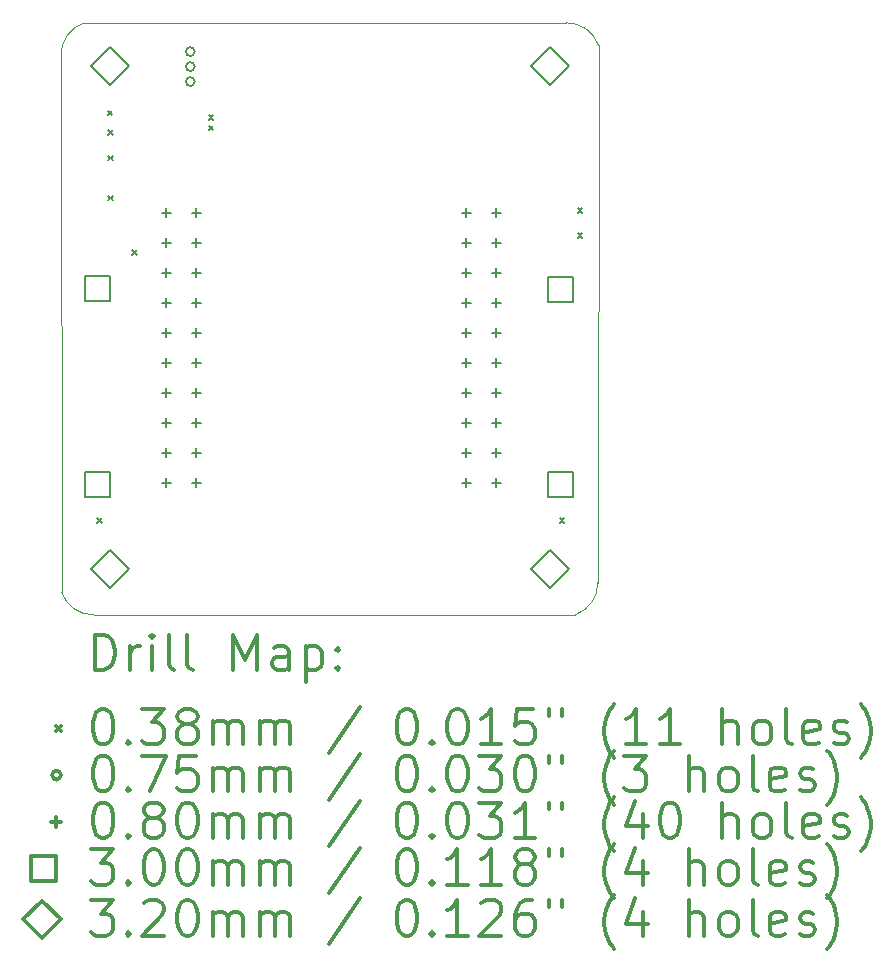
<source format=gbr>
%FSLAX45Y45*%
G04 Gerber Fmt 4.5, Leading zero omitted, Abs format (unit mm)*
G04 Created by KiCad (PCBNEW 5.1.5+dfsg1-2build2) date 2021-05-18 17:37:48*
%MOMM*%
%LPD*%
G04 APERTURE LIST*
%TA.AperFunction,Profile*%
%ADD10C,0.025400*%
%TD*%
%ADD11C,0.200000*%
%ADD12C,0.300000*%
G04 APERTURE END LIST*
D10*
X21263356Y-15684500D02*
G75*
G02X20990560Y-15493242I-6094J281484D01*
G01*
X20985044Y-10945622D02*
G75*
G02X21182584Y-10673080I281173J4064D01*
G01*
X25529564Y-15411322D02*
G75*
G02X25337008Y-15684500I-281388J-6110D01*
G01*
X25535888Y-10863683D02*
X25529564Y-15411322D01*
X21182584Y-10673080D02*
X25262840Y-10671913D01*
X20990560Y-15493242D02*
X20984972Y-10945368D01*
X25337008Y-15684500D02*
X21263356Y-15684500D01*
X25262840Y-10671913D02*
G75*
G02X25535888Y-10863683I6348J-281234D01*
G01*
D11*
X21291550Y-14865350D02*
X21329650Y-14903450D01*
X21329650Y-14865350D02*
X21291550Y-14903450D01*
X21380450Y-11417300D02*
X21418550Y-11455400D01*
X21418550Y-11417300D02*
X21380450Y-11455400D01*
X21386800Y-11582400D02*
X21424900Y-11620500D01*
X21424900Y-11582400D02*
X21386800Y-11620500D01*
X21386800Y-11798300D02*
X21424900Y-11836400D01*
X21424900Y-11798300D02*
X21386800Y-11836400D01*
X21386800Y-12134850D02*
X21424900Y-12172950D01*
X21424900Y-12134850D02*
X21386800Y-12172950D01*
X21590000Y-12598400D02*
X21628100Y-12636500D01*
X21628100Y-12598400D02*
X21590000Y-12636500D01*
X22237700Y-11455400D02*
X22275800Y-11493500D01*
X22275800Y-11455400D02*
X22237700Y-11493500D01*
X22237700Y-11544300D02*
X22275800Y-11582400D01*
X22275800Y-11544300D02*
X22237700Y-11582400D01*
X25209500Y-14865350D02*
X25247600Y-14903450D01*
X25247600Y-14865350D02*
X25209500Y-14903450D01*
X25361900Y-12242800D02*
X25400000Y-12280900D01*
X25400000Y-12242800D02*
X25361900Y-12280900D01*
X25361900Y-12452350D02*
X25400000Y-12490450D01*
X25400000Y-12452350D02*
X25361900Y-12490450D01*
X22116450Y-10915650D02*
G75*
G03X22116450Y-10915650I-37500J0D01*
G01*
X22116450Y-11042650D02*
G75*
G03X22116450Y-11042650I-37500J0D01*
G01*
X22116450Y-11169650D02*
G75*
G03X22116450Y-11169650I-37500J0D01*
G01*
X21877020Y-12238360D02*
X21877020Y-12318360D01*
X21837020Y-12278360D02*
X21917020Y-12278360D01*
X21877020Y-12492360D02*
X21877020Y-12572360D01*
X21837020Y-12532360D02*
X21917020Y-12532360D01*
X21877020Y-12746360D02*
X21877020Y-12826360D01*
X21837020Y-12786360D02*
X21917020Y-12786360D01*
X21877020Y-13000360D02*
X21877020Y-13080360D01*
X21837020Y-13040360D02*
X21917020Y-13040360D01*
X21877020Y-13254360D02*
X21877020Y-13334360D01*
X21837020Y-13294360D02*
X21917020Y-13294360D01*
X21877020Y-13508360D02*
X21877020Y-13588360D01*
X21837020Y-13548360D02*
X21917020Y-13548360D01*
X21877020Y-13762360D02*
X21877020Y-13842360D01*
X21837020Y-13802360D02*
X21917020Y-13802360D01*
X21877020Y-14016360D02*
X21877020Y-14096360D01*
X21837020Y-14056360D02*
X21917020Y-14056360D01*
X21877020Y-14270360D02*
X21877020Y-14350360D01*
X21837020Y-14310360D02*
X21917020Y-14310360D01*
X21877020Y-14524360D02*
X21877020Y-14604360D01*
X21837020Y-14564360D02*
X21917020Y-14564360D01*
X22131020Y-12238360D02*
X22131020Y-12318360D01*
X22091020Y-12278360D02*
X22171020Y-12278360D01*
X22131020Y-12492360D02*
X22131020Y-12572360D01*
X22091020Y-12532360D02*
X22171020Y-12532360D01*
X22131020Y-12746360D02*
X22131020Y-12826360D01*
X22091020Y-12786360D02*
X22171020Y-12786360D01*
X22131020Y-13000360D02*
X22131020Y-13080360D01*
X22091020Y-13040360D02*
X22171020Y-13040360D01*
X22131020Y-13254360D02*
X22131020Y-13334360D01*
X22091020Y-13294360D02*
X22171020Y-13294360D01*
X22131020Y-13508360D02*
X22131020Y-13588360D01*
X22091020Y-13548360D02*
X22171020Y-13548360D01*
X22131020Y-13762360D02*
X22131020Y-13842360D01*
X22091020Y-13802360D02*
X22171020Y-13802360D01*
X22131020Y-14016360D02*
X22131020Y-14096360D01*
X22091020Y-14056360D02*
X22171020Y-14056360D01*
X22131020Y-14270360D02*
X22131020Y-14350360D01*
X22091020Y-14310360D02*
X22171020Y-14310360D01*
X22131020Y-14524360D02*
X22131020Y-14604360D01*
X22091020Y-14564360D02*
X22171020Y-14564360D01*
X24417020Y-12238360D02*
X24417020Y-12318360D01*
X24377020Y-12278360D02*
X24457020Y-12278360D01*
X24417020Y-12492360D02*
X24417020Y-12572360D01*
X24377020Y-12532360D02*
X24457020Y-12532360D01*
X24417020Y-12746360D02*
X24417020Y-12826360D01*
X24377020Y-12786360D02*
X24457020Y-12786360D01*
X24417020Y-13000360D02*
X24417020Y-13080360D01*
X24377020Y-13040360D02*
X24457020Y-13040360D01*
X24417020Y-13254360D02*
X24417020Y-13334360D01*
X24377020Y-13294360D02*
X24457020Y-13294360D01*
X24417020Y-13508360D02*
X24417020Y-13588360D01*
X24377020Y-13548360D02*
X24457020Y-13548360D01*
X24417020Y-13762360D02*
X24417020Y-13842360D01*
X24377020Y-13802360D02*
X24457020Y-13802360D01*
X24417020Y-14016360D02*
X24417020Y-14096360D01*
X24377020Y-14056360D02*
X24457020Y-14056360D01*
X24417020Y-14270360D02*
X24417020Y-14350360D01*
X24377020Y-14310360D02*
X24457020Y-14310360D01*
X24417020Y-14524360D02*
X24417020Y-14604360D01*
X24377020Y-14564360D02*
X24457020Y-14564360D01*
X24671020Y-12238360D02*
X24671020Y-12318360D01*
X24631020Y-12278360D02*
X24711020Y-12278360D01*
X24671020Y-12492360D02*
X24671020Y-12572360D01*
X24631020Y-12532360D02*
X24711020Y-12532360D01*
X24671020Y-12746360D02*
X24671020Y-12826360D01*
X24631020Y-12786360D02*
X24711020Y-12786360D01*
X24671020Y-13000360D02*
X24671020Y-13080360D01*
X24631020Y-13040360D02*
X24711020Y-13040360D01*
X24671020Y-13254360D02*
X24671020Y-13334360D01*
X24631020Y-13294360D02*
X24711020Y-13294360D01*
X24671020Y-13508360D02*
X24671020Y-13588360D01*
X24631020Y-13548360D02*
X24711020Y-13548360D01*
X24671020Y-13762360D02*
X24671020Y-13842360D01*
X24631020Y-13802360D02*
X24711020Y-13802360D01*
X24671020Y-14016360D02*
X24671020Y-14096360D01*
X24631020Y-14056360D02*
X24711020Y-14056360D01*
X24671020Y-14270360D02*
X24671020Y-14350360D01*
X24631020Y-14310360D02*
X24711020Y-14310360D01*
X24671020Y-14524360D02*
X24671020Y-14604360D01*
X24631020Y-14564360D02*
X24711020Y-14564360D01*
X21397617Y-13029333D02*
X21397617Y-12817199D01*
X21185483Y-12817199D01*
X21185483Y-13029333D01*
X21397617Y-13029333D01*
X21398887Y-14686683D02*
X21398887Y-14474549D01*
X21186753Y-14474549D01*
X21186753Y-14686683D01*
X21398887Y-14686683D01*
X25323187Y-13034667D02*
X25323187Y-12822533D01*
X25111053Y-12822533D01*
X25111053Y-13034667D01*
X25323187Y-13034667D01*
X25323187Y-14685667D02*
X25323187Y-14473533D01*
X25111053Y-14473533D01*
X25111053Y-14685667D01*
X25323187Y-14685667D01*
X21399246Y-15454250D02*
X21559246Y-15294250D01*
X21399246Y-15134250D01*
X21239246Y-15294250D01*
X21399246Y-15454250D01*
X21399246Y-11199750D02*
X21559246Y-11039750D01*
X21399246Y-10879750D01*
X21239246Y-11039750D01*
X21399246Y-11199750D01*
X25126950Y-15454250D02*
X25286950Y-15294250D01*
X25126950Y-15134250D01*
X24966950Y-15294250D01*
X25126950Y-15454250D01*
X25126950Y-11199750D02*
X25286950Y-11039750D01*
X25126950Y-10879750D01*
X24966950Y-11039750D01*
X25126950Y-11199750D01*
D12*
X21270130Y-16151550D02*
X21270130Y-15851550D01*
X21341559Y-15851550D01*
X21384416Y-15865836D01*
X21412988Y-15894407D01*
X21427273Y-15922979D01*
X21441559Y-15980122D01*
X21441559Y-16022979D01*
X21427273Y-16080122D01*
X21412988Y-16108693D01*
X21384416Y-16137264D01*
X21341559Y-16151550D01*
X21270130Y-16151550D01*
X21570130Y-16151550D02*
X21570130Y-15951550D01*
X21570130Y-16008693D02*
X21584416Y-15980122D01*
X21598702Y-15965836D01*
X21627273Y-15951550D01*
X21655845Y-15951550D01*
X21755845Y-16151550D02*
X21755845Y-15951550D01*
X21755845Y-15851550D02*
X21741559Y-15865836D01*
X21755845Y-15880122D01*
X21770130Y-15865836D01*
X21755845Y-15851550D01*
X21755845Y-15880122D01*
X21941559Y-16151550D02*
X21912988Y-16137264D01*
X21898702Y-16108693D01*
X21898702Y-15851550D01*
X22098702Y-16151550D02*
X22070130Y-16137264D01*
X22055845Y-16108693D01*
X22055845Y-15851550D01*
X22441559Y-16151550D02*
X22441559Y-15851550D01*
X22541559Y-16065836D01*
X22641559Y-15851550D01*
X22641559Y-16151550D01*
X22912988Y-16151550D02*
X22912988Y-15994407D01*
X22898702Y-15965836D01*
X22870130Y-15951550D01*
X22812988Y-15951550D01*
X22784416Y-15965836D01*
X22912988Y-16137264D02*
X22884416Y-16151550D01*
X22812988Y-16151550D01*
X22784416Y-16137264D01*
X22770130Y-16108693D01*
X22770130Y-16080122D01*
X22784416Y-16051550D01*
X22812988Y-16037264D01*
X22884416Y-16037264D01*
X22912988Y-16022979D01*
X23055845Y-15951550D02*
X23055845Y-16251550D01*
X23055845Y-15965836D02*
X23084416Y-15951550D01*
X23141559Y-15951550D01*
X23170130Y-15965836D01*
X23184416Y-15980122D01*
X23198702Y-16008693D01*
X23198702Y-16094407D01*
X23184416Y-16122979D01*
X23170130Y-16137264D01*
X23141559Y-16151550D01*
X23084416Y-16151550D01*
X23055845Y-16137264D01*
X23327273Y-16122979D02*
X23341559Y-16137264D01*
X23327273Y-16151550D01*
X23312988Y-16137264D01*
X23327273Y-16122979D01*
X23327273Y-16151550D01*
X23327273Y-15965836D02*
X23341559Y-15980122D01*
X23327273Y-15994407D01*
X23312988Y-15980122D01*
X23327273Y-15965836D01*
X23327273Y-15994407D01*
X20945602Y-16626786D02*
X20983702Y-16664886D01*
X20983702Y-16626786D02*
X20945602Y-16664886D01*
X21327273Y-16481550D02*
X21355845Y-16481550D01*
X21384416Y-16495836D01*
X21398702Y-16510122D01*
X21412988Y-16538693D01*
X21427273Y-16595836D01*
X21427273Y-16667264D01*
X21412988Y-16724407D01*
X21398702Y-16752979D01*
X21384416Y-16767264D01*
X21355845Y-16781550D01*
X21327273Y-16781550D01*
X21298702Y-16767264D01*
X21284416Y-16752979D01*
X21270130Y-16724407D01*
X21255845Y-16667264D01*
X21255845Y-16595836D01*
X21270130Y-16538693D01*
X21284416Y-16510122D01*
X21298702Y-16495836D01*
X21327273Y-16481550D01*
X21555845Y-16752979D02*
X21570130Y-16767264D01*
X21555845Y-16781550D01*
X21541559Y-16767264D01*
X21555845Y-16752979D01*
X21555845Y-16781550D01*
X21670130Y-16481550D02*
X21855845Y-16481550D01*
X21755845Y-16595836D01*
X21798702Y-16595836D01*
X21827273Y-16610122D01*
X21841559Y-16624407D01*
X21855845Y-16652979D01*
X21855845Y-16724407D01*
X21841559Y-16752979D01*
X21827273Y-16767264D01*
X21798702Y-16781550D01*
X21712988Y-16781550D01*
X21684416Y-16767264D01*
X21670130Y-16752979D01*
X22027273Y-16610122D02*
X21998702Y-16595836D01*
X21984416Y-16581550D01*
X21970130Y-16552979D01*
X21970130Y-16538693D01*
X21984416Y-16510122D01*
X21998702Y-16495836D01*
X22027273Y-16481550D01*
X22084416Y-16481550D01*
X22112988Y-16495836D01*
X22127273Y-16510122D01*
X22141559Y-16538693D01*
X22141559Y-16552979D01*
X22127273Y-16581550D01*
X22112988Y-16595836D01*
X22084416Y-16610122D01*
X22027273Y-16610122D01*
X21998702Y-16624407D01*
X21984416Y-16638693D01*
X21970130Y-16667264D01*
X21970130Y-16724407D01*
X21984416Y-16752979D01*
X21998702Y-16767264D01*
X22027273Y-16781550D01*
X22084416Y-16781550D01*
X22112988Y-16767264D01*
X22127273Y-16752979D01*
X22141559Y-16724407D01*
X22141559Y-16667264D01*
X22127273Y-16638693D01*
X22112988Y-16624407D01*
X22084416Y-16610122D01*
X22270130Y-16781550D02*
X22270130Y-16581550D01*
X22270130Y-16610122D02*
X22284416Y-16595836D01*
X22312988Y-16581550D01*
X22355845Y-16581550D01*
X22384416Y-16595836D01*
X22398702Y-16624407D01*
X22398702Y-16781550D01*
X22398702Y-16624407D02*
X22412988Y-16595836D01*
X22441559Y-16581550D01*
X22484416Y-16581550D01*
X22512988Y-16595836D01*
X22527273Y-16624407D01*
X22527273Y-16781550D01*
X22670130Y-16781550D02*
X22670130Y-16581550D01*
X22670130Y-16610122D02*
X22684416Y-16595836D01*
X22712988Y-16581550D01*
X22755845Y-16581550D01*
X22784416Y-16595836D01*
X22798702Y-16624407D01*
X22798702Y-16781550D01*
X22798702Y-16624407D02*
X22812988Y-16595836D01*
X22841559Y-16581550D01*
X22884416Y-16581550D01*
X22912988Y-16595836D01*
X22927273Y-16624407D01*
X22927273Y-16781550D01*
X23512988Y-16467264D02*
X23255845Y-16852979D01*
X23898702Y-16481550D02*
X23927273Y-16481550D01*
X23955845Y-16495836D01*
X23970130Y-16510122D01*
X23984416Y-16538693D01*
X23998702Y-16595836D01*
X23998702Y-16667264D01*
X23984416Y-16724407D01*
X23970130Y-16752979D01*
X23955845Y-16767264D01*
X23927273Y-16781550D01*
X23898702Y-16781550D01*
X23870130Y-16767264D01*
X23855845Y-16752979D01*
X23841559Y-16724407D01*
X23827273Y-16667264D01*
X23827273Y-16595836D01*
X23841559Y-16538693D01*
X23855845Y-16510122D01*
X23870130Y-16495836D01*
X23898702Y-16481550D01*
X24127273Y-16752979D02*
X24141559Y-16767264D01*
X24127273Y-16781550D01*
X24112988Y-16767264D01*
X24127273Y-16752979D01*
X24127273Y-16781550D01*
X24327273Y-16481550D02*
X24355845Y-16481550D01*
X24384416Y-16495836D01*
X24398702Y-16510122D01*
X24412988Y-16538693D01*
X24427273Y-16595836D01*
X24427273Y-16667264D01*
X24412988Y-16724407D01*
X24398702Y-16752979D01*
X24384416Y-16767264D01*
X24355845Y-16781550D01*
X24327273Y-16781550D01*
X24298702Y-16767264D01*
X24284416Y-16752979D01*
X24270130Y-16724407D01*
X24255845Y-16667264D01*
X24255845Y-16595836D01*
X24270130Y-16538693D01*
X24284416Y-16510122D01*
X24298702Y-16495836D01*
X24327273Y-16481550D01*
X24712988Y-16781550D02*
X24541559Y-16781550D01*
X24627273Y-16781550D02*
X24627273Y-16481550D01*
X24598702Y-16524407D01*
X24570130Y-16552979D01*
X24541559Y-16567264D01*
X24984416Y-16481550D02*
X24841559Y-16481550D01*
X24827273Y-16624407D01*
X24841559Y-16610122D01*
X24870130Y-16595836D01*
X24941559Y-16595836D01*
X24970130Y-16610122D01*
X24984416Y-16624407D01*
X24998702Y-16652979D01*
X24998702Y-16724407D01*
X24984416Y-16752979D01*
X24970130Y-16767264D01*
X24941559Y-16781550D01*
X24870130Y-16781550D01*
X24841559Y-16767264D01*
X24827273Y-16752979D01*
X25112988Y-16481550D02*
X25112988Y-16538693D01*
X25227273Y-16481550D02*
X25227273Y-16538693D01*
X25670130Y-16895836D02*
X25655845Y-16881550D01*
X25627273Y-16838693D01*
X25612988Y-16810122D01*
X25598702Y-16767264D01*
X25584416Y-16695836D01*
X25584416Y-16638693D01*
X25598702Y-16567264D01*
X25612988Y-16524407D01*
X25627273Y-16495836D01*
X25655845Y-16452979D01*
X25670130Y-16438693D01*
X25941559Y-16781550D02*
X25770130Y-16781550D01*
X25855845Y-16781550D02*
X25855845Y-16481550D01*
X25827273Y-16524407D01*
X25798702Y-16552979D01*
X25770130Y-16567264D01*
X26227273Y-16781550D02*
X26055845Y-16781550D01*
X26141559Y-16781550D02*
X26141559Y-16481550D01*
X26112988Y-16524407D01*
X26084416Y-16552979D01*
X26055845Y-16567264D01*
X26584416Y-16781550D02*
X26584416Y-16481550D01*
X26712988Y-16781550D02*
X26712988Y-16624407D01*
X26698702Y-16595836D01*
X26670130Y-16581550D01*
X26627273Y-16581550D01*
X26598702Y-16595836D01*
X26584416Y-16610122D01*
X26898702Y-16781550D02*
X26870130Y-16767264D01*
X26855845Y-16752979D01*
X26841559Y-16724407D01*
X26841559Y-16638693D01*
X26855845Y-16610122D01*
X26870130Y-16595836D01*
X26898702Y-16581550D01*
X26941559Y-16581550D01*
X26970130Y-16595836D01*
X26984416Y-16610122D01*
X26998702Y-16638693D01*
X26998702Y-16724407D01*
X26984416Y-16752979D01*
X26970130Y-16767264D01*
X26941559Y-16781550D01*
X26898702Y-16781550D01*
X27170130Y-16781550D02*
X27141559Y-16767264D01*
X27127273Y-16738693D01*
X27127273Y-16481550D01*
X27398702Y-16767264D02*
X27370130Y-16781550D01*
X27312988Y-16781550D01*
X27284416Y-16767264D01*
X27270130Y-16738693D01*
X27270130Y-16624407D01*
X27284416Y-16595836D01*
X27312988Y-16581550D01*
X27370130Y-16581550D01*
X27398702Y-16595836D01*
X27412988Y-16624407D01*
X27412988Y-16652979D01*
X27270130Y-16681550D01*
X27527273Y-16767264D02*
X27555845Y-16781550D01*
X27612988Y-16781550D01*
X27641559Y-16767264D01*
X27655845Y-16738693D01*
X27655845Y-16724407D01*
X27641559Y-16695836D01*
X27612988Y-16681550D01*
X27570130Y-16681550D01*
X27541559Y-16667264D01*
X27527273Y-16638693D01*
X27527273Y-16624407D01*
X27541559Y-16595836D01*
X27570130Y-16581550D01*
X27612988Y-16581550D01*
X27641559Y-16595836D01*
X27755845Y-16895836D02*
X27770130Y-16881550D01*
X27798702Y-16838693D01*
X27812988Y-16810122D01*
X27827273Y-16767264D01*
X27841559Y-16695836D01*
X27841559Y-16638693D01*
X27827273Y-16567264D01*
X27812988Y-16524407D01*
X27798702Y-16495836D01*
X27770130Y-16452979D01*
X27755845Y-16438693D01*
X20983702Y-17041836D02*
G75*
G03X20983702Y-17041836I-37500J0D01*
G01*
X21327273Y-16877550D02*
X21355845Y-16877550D01*
X21384416Y-16891836D01*
X21398702Y-16906122D01*
X21412988Y-16934693D01*
X21427273Y-16991836D01*
X21427273Y-17063265D01*
X21412988Y-17120407D01*
X21398702Y-17148979D01*
X21384416Y-17163265D01*
X21355845Y-17177550D01*
X21327273Y-17177550D01*
X21298702Y-17163265D01*
X21284416Y-17148979D01*
X21270130Y-17120407D01*
X21255845Y-17063265D01*
X21255845Y-16991836D01*
X21270130Y-16934693D01*
X21284416Y-16906122D01*
X21298702Y-16891836D01*
X21327273Y-16877550D01*
X21555845Y-17148979D02*
X21570130Y-17163265D01*
X21555845Y-17177550D01*
X21541559Y-17163265D01*
X21555845Y-17148979D01*
X21555845Y-17177550D01*
X21670130Y-16877550D02*
X21870130Y-16877550D01*
X21741559Y-17177550D01*
X22127273Y-16877550D02*
X21984416Y-16877550D01*
X21970130Y-17020407D01*
X21984416Y-17006122D01*
X22012988Y-16991836D01*
X22084416Y-16991836D01*
X22112988Y-17006122D01*
X22127273Y-17020407D01*
X22141559Y-17048979D01*
X22141559Y-17120407D01*
X22127273Y-17148979D01*
X22112988Y-17163265D01*
X22084416Y-17177550D01*
X22012988Y-17177550D01*
X21984416Y-17163265D01*
X21970130Y-17148979D01*
X22270130Y-17177550D02*
X22270130Y-16977550D01*
X22270130Y-17006122D02*
X22284416Y-16991836D01*
X22312988Y-16977550D01*
X22355845Y-16977550D01*
X22384416Y-16991836D01*
X22398702Y-17020407D01*
X22398702Y-17177550D01*
X22398702Y-17020407D02*
X22412988Y-16991836D01*
X22441559Y-16977550D01*
X22484416Y-16977550D01*
X22512988Y-16991836D01*
X22527273Y-17020407D01*
X22527273Y-17177550D01*
X22670130Y-17177550D02*
X22670130Y-16977550D01*
X22670130Y-17006122D02*
X22684416Y-16991836D01*
X22712988Y-16977550D01*
X22755845Y-16977550D01*
X22784416Y-16991836D01*
X22798702Y-17020407D01*
X22798702Y-17177550D01*
X22798702Y-17020407D02*
X22812988Y-16991836D01*
X22841559Y-16977550D01*
X22884416Y-16977550D01*
X22912988Y-16991836D01*
X22927273Y-17020407D01*
X22927273Y-17177550D01*
X23512988Y-16863265D02*
X23255845Y-17248979D01*
X23898702Y-16877550D02*
X23927273Y-16877550D01*
X23955845Y-16891836D01*
X23970130Y-16906122D01*
X23984416Y-16934693D01*
X23998702Y-16991836D01*
X23998702Y-17063265D01*
X23984416Y-17120407D01*
X23970130Y-17148979D01*
X23955845Y-17163265D01*
X23927273Y-17177550D01*
X23898702Y-17177550D01*
X23870130Y-17163265D01*
X23855845Y-17148979D01*
X23841559Y-17120407D01*
X23827273Y-17063265D01*
X23827273Y-16991836D01*
X23841559Y-16934693D01*
X23855845Y-16906122D01*
X23870130Y-16891836D01*
X23898702Y-16877550D01*
X24127273Y-17148979D02*
X24141559Y-17163265D01*
X24127273Y-17177550D01*
X24112988Y-17163265D01*
X24127273Y-17148979D01*
X24127273Y-17177550D01*
X24327273Y-16877550D02*
X24355845Y-16877550D01*
X24384416Y-16891836D01*
X24398702Y-16906122D01*
X24412988Y-16934693D01*
X24427273Y-16991836D01*
X24427273Y-17063265D01*
X24412988Y-17120407D01*
X24398702Y-17148979D01*
X24384416Y-17163265D01*
X24355845Y-17177550D01*
X24327273Y-17177550D01*
X24298702Y-17163265D01*
X24284416Y-17148979D01*
X24270130Y-17120407D01*
X24255845Y-17063265D01*
X24255845Y-16991836D01*
X24270130Y-16934693D01*
X24284416Y-16906122D01*
X24298702Y-16891836D01*
X24327273Y-16877550D01*
X24527273Y-16877550D02*
X24712988Y-16877550D01*
X24612988Y-16991836D01*
X24655845Y-16991836D01*
X24684416Y-17006122D01*
X24698702Y-17020407D01*
X24712988Y-17048979D01*
X24712988Y-17120407D01*
X24698702Y-17148979D01*
X24684416Y-17163265D01*
X24655845Y-17177550D01*
X24570130Y-17177550D01*
X24541559Y-17163265D01*
X24527273Y-17148979D01*
X24898702Y-16877550D02*
X24927273Y-16877550D01*
X24955845Y-16891836D01*
X24970130Y-16906122D01*
X24984416Y-16934693D01*
X24998702Y-16991836D01*
X24998702Y-17063265D01*
X24984416Y-17120407D01*
X24970130Y-17148979D01*
X24955845Y-17163265D01*
X24927273Y-17177550D01*
X24898702Y-17177550D01*
X24870130Y-17163265D01*
X24855845Y-17148979D01*
X24841559Y-17120407D01*
X24827273Y-17063265D01*
X24827273Y-16991836D01*
X24841559Y-16934693D01*
X24855845Y-16906122D01*
X24870130Y-16891836D01*
X24898702Y-16877550D01*
X25112988Y-16877550D02*
X25112988Y-16934693D01*
X25227273Y-16877550D02*
X25227273Y-16934693D01*
X25670130Y-17291836D02*
X25655845Y-17277550D01*
X25627273Y-17234693D01*
X25612988Y-17206122D01*
X25598702Y-17163265D01*
X25584416Y-17091836D01*
X25584416Y-17034693D01*
X25598702Y-16963265D01*
X25612988Y-16920407D01*
X25627273Y-16891836D01*
X25655845Y-16848979D01*
X25670130Y-16834693D01*
X25755845Y-16877550D02*
X25941559Y-16877550D01*
X25841559Y-16991836D01*
X25884416Y-16991836D01*
X25912988Y-17006122D01*
X25927273Y-17020407D01*
X25941559Y-17048979D01*
X25941559Y-17120407D01*
X25927273Y-17148979D01*
X25912988Y-17163265D01*
X25884416Y-17177550D01*
X25798702Y-17177550D01*
X25770130Y-17163265D01*
X25755845Y-17148979D01*
X26298702Y-17177550D02*
X26298702Y-16877550D01*
X26427273Y-17177550D02*
X26427273Y-17020407D01*
X26412988Y-16991836D01*
X26384416Y-16977550D01*
X26341559Y-16977550D01*
X26312988Y-16991836D01*
X26298702Y-17006122D01*
X26612988Y-17177550D02*
X26584416Y-17163265D01*
X26570130Y-17148979D01*
X26555845Y-17120407D01*
X26555845Y-17034693D01*
X26570130Y-17006122D01*
X26584416Y-16991836D01*
X26612988Y-16977550D01*
X26655845Y-16977550D01*
X26684416Y-16991836D01*
X26698702Y-17006122D01*
X26712988Y-17034693D01*
X26712988Y-17120407D01*
X26698702Y-17148979D01*
X26684416Y-17163265D01*
X26655845Y-17177550D01*
X26612988Y-17177550D01*
X26884416Y-17177550D02*
X26855845Y-17163265D01*
X26841559Y-17134693D01*
X26841559Y-16877550D01*
X27112988Y-17163265D02*
X27084416Y-17177550D01*
X27027273Y-17177550D01*
X26998702Y-17163265D01*
X26984416Y-17134693D01*
X26984416Y-17020407D01*
X26998702Y-16991836D01*
X27027273Y-16977550D01*
X27084416Y-16977550D01*
X27112988Y-16991836D01*
X27127273Y-17020407D01*
X27127273Y-17048979D01*
X26984416Y-17077550D01*
X27241559Y-17163265D02*
X27270130Y-17177550D01*
X27327273Y-17177550D01*
X27355845Y-17163265D01*
X27370130Y-17134693D01*
X27370130Y-17120407D01*
X27355845Y-17091836D01*
X27327273Y-17077550D01*
X27284416Y-17077550D01*
X27255845Y-17063265D01*
X27241559Y-17034693D01*
X27241559Y-17020407D01*
X27255845Y-16991836D01*
X27284416Y-16977550D01*
X27327273Y-16977550D01*
X27355845Y-16991836D01*
X27470130Y-17291836D02*
X27484416Y-17277550D01*
X27512988Y-17234693D01*
X27527273Y-17206122D01*
X27541559Y-17163265D01*
X27555845Y-17091836D01*
X27555845Y-17034693D01*
X27541559Y-16963265D01*
X27527273Y-16920407D01*
X27512988Y-16891836D01*
X27484416Y-16848979D01*
X27470130Y-16834693D01*
X20943702Y-17397836D02*
X20943702Y-17477836D01*
X20903702Y-17437836D02*
X20983702Y-17437836D01*
X21327273Y-17273550D02*
X21355845Y-17273550D01*
X21384416Y-17287836D01*
X21398702Y-17302122D01*
X21412988Y-17330693D01*
X21427273Y-17387836D01*
X21427273Y-17459265D01*
X21412988Y-17516407D01*
X21398702Y-17544979D01*
X21384416Y-17559265D01*
X21355845Y-17573550D01*
X21327273Y-17573550D01*
X21298702Y-17559265D01*
X21284416Y-17544979D01*
X21270130Y-17516407D01*
X21255845Y-17459265D01*
X21255845Y-17387836D01*
X21270130Y-17330693D01*
X21284416Y-17302122D01*
X21298702Y-17287836D01*
X21327273Y-17273550D01*
X21555845Y-17544979D02*
X21570130Y-17559265D01*
X21555845Y-17573550D01*
X21541559Y-17559265D01*
X21555845Y-17544979D01*
X21555845Y-17573550D01*
X21741559Y-17402122D02*
X21712988Y-17387836D01*
X21698702Y-17373550D01*
X21684416Y-17344979D01*
X21684416Y-17330693D01*
X21698702Y-17302122D01*
X21712988Y-17287836D01*
X21741559Y-17273550D01*
X21798702Y-17273550D01*
X21827273Y-17287836D01*
X21841559Y-17302122D01*
X21855845Y-17330693D01*
X21855845Y-17344979D01*
X21841559Y-17373550D01*
X21827273Y-17387836D01*
X21798702Y-17402122D01*
X21741559Y-17402122D01*
X21712988Y-17416407D01*
X21698702Y-17430693D01*
X21684416Y-17459265D01*
X21684416Y-17516407D01*
X21698702Y-17544979D01*
X21712988Y-17559265D01*
X21741559Y-17573550D01*
X21798702Y-17573550D01*
X21827273Y-17559265D01*
X21841559Y-17544979D01*
X21855845Y-17516407D01*
X21855845Y-17459265D01*
X21841559Y-17430693D01*
X21827273Y-17416407D01*
X21798702Y-17402122D01*
X22041559Y-17273550D02*
X22070130Y-17273550D01*
X22098702Y-17287836D01*
X22112988Y-17302122D01*
X22127273Y-17330693D01*
X22141559Y-17387836D01*
X22141559Y-17459265D01*
X22127273Y-17516407D01*
X22112988Y-17544979D01*
X22098702Y-17559265D01*
X22070130Y-17573550D01*
X22041559Y-17573550D01*
X22012988Y-17559265D01*
X21998702Y-17544979D01*
X21984416Y-17516407D01*
X21970130Y-17459265D01*
X21970130Y-17387836D01*
X21984416Y-17330693D01*
X21998702Y-17302122D01*
X22012988Y-17287836D01*
X22041559Y-17273550D01*
X22270130Y-17573550D02*
X22270130Y-17373550D01*
X22270130Y-17402122D02*
X22284416Y-17387836D01*
X22312988Y-17373550D01*
X22355845Y-17373550D01*
X22384416Y-17387836D01*
X22398702Y-17416407D01*
X22398702Y-17573550D01*
X22398702Y-17416407D02*
X22412988Y-17387836D01*
X22441559Y-17373550D01*
X22484416Y-17373550D01*
X22512988Y-17387836D01*
X22527273Y-17416407D01*
X22527273Y-17573550D01*
X22670130Y-17573550D02*
X22670130Y-17373550D01*
X22670130Y-17402122D02*
X22684416Y-17387836D01*
X22712988Y-17373550D01*
X22755845Y-17373550D01*
X22784416Y-17387836D01*
X22798702Y-17416407D01*
X22798702Y-17573550D01*
X22798702Y-17416407D02*
X22812988Y-17387836D01*
X22841559Y-17373550D01*
X22884416Y-17373550D01*
X22912988Y-17387836D01*
X22927273Y-17416407D01*
X22927273Y-17573550D01*
X23512988Y-17259265D02*
X23255845Y-17644979D01*
X23898702Y-17273550D02*
X23927273Y-17273550D01*
X23955845Y-17287836D01*
X23970130Y-17302122D01*
X23984416Y-17330693D01*
X23998702Y-17387836D01*
X23998702Y-17459265D01*
X23984416Y-17516407D01*
X23970130Y-17544979D01*
X23955845Y-17559265D01*
X23927273Y-17573550D01*
X23898702Y-17573550D01*
X23870130Y-17559265D01*
X23855845Y-17544979D01*
X23841559Y-17516407D01*
X23827273Y-17459265D01*
X23827273Y-17387836D01*
X23841559Y-17330693D01*
X23855845Y-17302122D01*
X23870130Y-17287836D01*
X23898702Y-17273550D01*
X24127273Y-17544979D02*
X24141559Y-17559265D01*
X24127273Y-17573550D01*
X24112988Y-17559265D01*
X24127273Y-17544979D01*
X24127273Y-17573550D01*
X24327273Y-17273550D02*
X24355845Y-17273550D01*
X24384416Y-17287836D01*
X24398702Y-17302122D01*
X24412988Y-17330693D01*
X24427273Y-17387836D01*
X24427273Y-17459265D01*
X24412988Y-17516407D01*
X24398702Y-17544979D01*
X24384416Y-17559265D01*
X24355845Y-17573550D01*
X24327273Y-17573550D01*
X24298702Y-17559265D01*
X24284416Y-17544979D01*
X24270130Y-17516407D01*
X24255845Y-17459265D01*
X24255845Y-17387836D01*
X24270130Y-17330693D01*
X24284416Y-17302122D01*
X24298702Y-17287836D01*
X24327273Y-17273550D01*
X24527273Y-17273550D02*
X24712988Y-17273550D01*
X24612988Y-17387836D01*
X24655845Y-17387836D01*
X24684416Y-17402122D01*
X24698702Y-17416407D01*
X24712988Y-17444979D01*
X24712988Y-17516407D01*
X24698702Y-17544979D01*
X24684416Y-17559265D01*
X24655845Y-17573550D01*
X24570130Y-17573550D01*
X24541559Y-17559265D01*
X24527273Y-17544979D01*
X24998702Y-17573550D02*
X24827273Y-17573550D01*
X24912988Y-17573550D02*
X24912988Y-17273550D01*
X24884416Y-17316407D01*
X24855845Y-17344979D01*
X24827273Y-17359265D01*
X25112988Y-17273550D02*
X25112988Y-17330693D01*
X25227273Y-17273550D02*
X25227273Y-17330693D01*
X25670130Y-17687836D02*
X25655845Y-17673550D01*
X25627273Y-17630693D01*
X25612988Y-17602122D01*
X25598702Y-17559265D01*
X25584416Y-17487836D01*
X25584416Y-17430693D01*
X25598702Y-17359265D01*
X25612988Y-17316407D01*
X25627273Y-17287836D01*
X25655845Y-17244979D01*
X25670130Y-17230693D01*
X25912988Y-17373550D02*
X25912988Y-17573550D01*
X25841559Y-17259265D02*
X25770130Y-17473550D01*
X25955845Y-17473550D01*
X26127273Y-17273550D02*
X26155845Y-17273550D01*
X26184416Y-17287836D01*
X26198702Y-17302122D01*
X26212988Y-17330693D01*
X26227273Y-17387836D01*
X26227273Y-17459265D01*
X26212988Y-17516407D01*
X26198702Y-17544979D01*
X26184416Y-17559265D01*
X26155845Y-17573550D01*
X26127273Y-17573550D01*
X26098702Y-17559265D01*
X26084416Y-17544979D01*
X26070130Y-17516407D01*
X26055845Y-17459265D01*
X26055845Y-17387836D01*
X26070130Y-17330693D01*
X26084416Y-17302122D01*
X26098702Y-17287836D01*
X26127273Y-17273550D01*
X26584416Y-17573550D02*
X26584416Y-17273550D01*
X26712988Y-17573550D02*
X26712988Y-17416407D01*
X26698702Y-17387836D01*
X26670130Y-17373550D01*
X26627273Y-17373550D01*
X26598702Y-17387836D01*
X26584416Y-17402122D01*
X26898702Y-17573550D02*
X26870130Y-17559265D01*
X26855845Y-17544979D01*
X26841559Y-17516407D01*
X26841559Y-17430693D01*
X26855845Y-17402122D01*
X26870130Y-17387836D01*
X26898702Y-17373550D01*
X26941559Y-17373550D01*
X26970130Y-17387836D01*
X26984416Y-17402122D01*
X26998702Y-17430693D01*
X26998702Y-17516407D01*
X26984416Y-17544979D01*
X26970130Y-17559265D01*
X26941559Y-17573550D01*
X26898702Y-17573550D01*
X27170130Y-17573550D02*
X27141559Y-17559265D01*
X27127273Y-17530693D01*
X27127273Y-17273550D01*
X27398702Y-17559265D02*
X27370130Y-17573550D01*
X27312988Y-17573550D01*
X27284416Y-17559265D01*
X27270130Y-17530693D01*
X27270130Y-17416407D01*
X27284416Y-17387836D01*
X27312988Y-17373550D01*
X27370130Y-17373550D01*
X27398702Y-17387836D01*
X27412988Y-17416407D01*
X27412988Y-17444979D01*
X27270130Y-17473550D01*
X27527273Y-17559265D02*
X27555845Y-17573550D01*
X27612988Y-17573550D01*
X27641559Y-17559265D01*
X27655845Y-17530693D01*
X27655845Y-17516407D01*
X27641559Y-17487836D01*
X27612988Y-17473550D01*
X27570130Y-17473550D01*
X27541559Y-17459265D01*
X27527273Y-17430693D01*
X27527273Y-17416407D01*
X27541559Y-17387836D01*
X27570130Y-17373550D01*
X27612988Y-17373550D01*
X27641559Y-17387836D01*
X27755845Y-17687836D02*
X27770130Y-17673550D01*
X27798702Y-17630693D01*
X27812988Y-17602122D01*
X27827273Y-17559265D01*
X27841559Y-17487836D01*
X27841559Y-17430693D01*
X27827273Y-17359265D01*
X27812988Y-17316407D01*
X27798702Y-17287836D01*
X27770130Y-17244979D01*
X27755845Y-17230693D01*
X20939769Y-17939903D02*
X20939769Y-17727769D01*
X20727635Y-17727769D01*
X20727635Y-17939903D01*
X20939769Y-17939903D01*
X21241559Y-17669550D02*
X21427273Y-17669550D01*
X21327273Y-17783836D01*
X21370130Y-17783836D01*
X21398702Y-17798122D01*
X21412988Y-17812407D01*
X21427273Y-17840979D01*
X21427273Y-17912407D01*
X21412988Y-17940979D01*
X21398702Y-17955265D01*
X21370130Y-17969550D01*
X21284416Y-17969550D01*
X21255845Y-17955265D01*
X21241559Y-17940979D01*
X21555845Y-17940979D02*
X21570130Y-17955265D01*
X21555845Y-17969550D01*
X21541559Y-17955265D01*
X21555845Y-17940979D01*
X21555845Y-17969550D01*
X21755845Y-17669550D02*
X21784416Y-17669550D01*
X21812988Y-17683836D01*
X21827273Y-17698122D01*
X21841559Y-17726693D01*
X21855845Y-17783836D01*
X21855845Y-17855265D01*
X21841559Y-17912407D01*
X21827273Y-17940979D01*
X21812988Y-17955265D01*
X21784416Y-17969550D01*
X21755845Y-17969550D01*
X21727273Y-17955265D01*
X21712988Y-17940979D01*
X21698702Y-17912407D01*
X21684416Y-17855265D01*
X21684416Y-17783836D01*
X21698702Y-17726693D01*
X21712988Y-17698122D01*
X21727273Y-17683836D01*
X21755845Y-17669550D01*
X22041559Y-17669550D02*
X22070130Y-17669550D01*
X22098702Y-17683836D01*
X22112988Y-17698122D01*
X22127273Y-17726693D01*
X22141559Y-17783836D01*
X22141559Y-17855265D01*
X22127273Y-17912407D01*
X22112988Y-17940979D01*
X22098702Y-17955265D01*
X22070130Y-17969550D01*
X22041559Y-17969550D01*
X22012988Y-17955265D01*
X21998702Y-17940979D01*
X21984416Y-17912407D01*
X21970130Y-17855265D01*
X21970130Y-17783836D01*
X21984416Y-17726693D01*
X21998702Y-17698122D01*
X22012988Y-17683836D01*
X22041559Y-17669550D01*
X22270130Y-17969550D02*
X22270130Y-17769550D01*
X22270130Y-17798122D02*
X22284416Y-17783836D01*
X22312988Y-17769550D01*
X22355845Y-17769550D01*
X22384416Y-17783836D01*
X22398702Y-17812407D01*
X22398702Y-17969550D01*
X22398702Y-17812407D02*
X22412988Y-17783836D01*
X22441559Y-17769550D01*
X22484416Y-17769550D01*
X22512988Y-17783836D01*
X22527273Y-17812407D01*
X22527273Y-17969550D01*
X22670130Y-17969550D02*
X22670130Y-17769550D01*
X22670130Y-17798122D02*
X22684416Y-17783836D01*
X22712988Y-17769550D01*
X22755845Y-17769550D01*
X22784416Y-17783836D01*
X22798702Y-17812407D01*
X22798702Y-17969550D01*
X22798702Y-17812407D02*
X22812988Y-17783836D01*
X22841559Y-17769550D01*
X22884416Y-17769550D01*
X22912988Y-17783836D01*
X22927273Y-17812407D01*
X22927273Y-17969550D01*
X23512988Y-17655265D02*
X23255845Y-18040979D01*
X23898702Y-17669550D02*
X23927273Y-17669550D01*
X23955845Y-17683836D01*
X23970130Y-17698122D01*
X23984416Y-17726693D01*
X23998702Y-17783836D01*
X23998702Y-17855265D01*
X23984416Y-17912407D01*
X23970130Y-17940979D01*
X23955845Y-17955265D01*
X23927273Y-17969550D01*
X23898702Y-17969550D01*
X23870130Y-17955265D01*
X23855845Y-17940979D01*
X23841559Y-17912407D01*
X23827273Y-17855265D01*
X23827273Y-17783836D01*
X23841559Y-17726693D01*
X23855845Y-17698122D01*
X23870130Y-17683836D01*
X23898702Y-17669550D01*
X24127273Y-17940979D02*
X24141559Y-17955265D01*
X24127273Y-17969550D01*
X24112988Y-17955265D01*
X24127273Y-17940979D01*
X24127273Y-17969550D01*
X24427273Y-17969550D02*
X24255845Y-17969550D01*
X24341559Y-17969550D02*
X24341559Y-17669550D01*
X24312988Y-17712407D01*
X24284416Y-17740979D01*
X24255845Y-17755265D01*
X24712988Y-17969550D02*
X24541559Y-17969550D01*
X24627273Y-17969550D02*
X24627273Y-17669550D01*
X24598702Y-17712407D01*
X24570130Y-17740979D01*
X24541559Y-17755265D01*
X24884416Y-17798122D02*
X24855845Y-17783836D01*
X24841559Y-17769550D01*
X24827273Y-17740979D01*
X24827273Y-17726693D01*
X24841559Y-17698122D01*
X24855845Y-17683836D01*
X24884416Y-17669550D01*
X24941559Y-17669550D01*
X24970130Y-17683836D01*
X24984416Y-17698122D01*
X24998702Y-17726693D01*
X24998702Y-17740979D01*
X24984416Y-17769550D01*
X24970130Y-17783836D01*
X24941559Y-17798122D01*
X24884416Y-17798122D01*
X24855845Y-17812407D01*
X24841559Y-17826693D01*
X24827273Y-17855265D01*
X24827273Y-17912407D01*
X24841559Y-17940979D01*
X24855845Y-17955265D01*
X24884416Y-17969550D01*
X24941559Y-17969550D01*
X24970130Y-17955265D01*
X24984416Y-17940979D01*
X24998702Y-17912407D01*
X24998702Y-17855265D01*
X24984416Y-17826693D01*
X24970130Y-17812407D01*
X24941559Y-17798122D01*
X25112988Y-17669550D02*
X25112988Y-17726693D01*
X25227273Y-17669550D02*
X25227273Y-17726693D01*
X25670130Y-18083836D02*
X25655845Y-18069550D01*
X25627273Y-18026693D01*
X25612988Y-17998122D01*
X25598702Y-17955265D01*
X25584416Y-17883836D01*
X25584416Y-17826693D01*
X25598702Y-17755265D01*
X25612988Y-17712407D01*
X25627273Y-17683836D01*
X25655845Y-17640979D01*
X25670130Y-17626693D01*
X25912988Y-17769550D02*
X25912988Y-17969550D01*
X25841559Y-17655265D02*
X25770130Y-17869550D01*
X25955845Y-17869550D01*
X26298702Y-17969550D02*
X26298702Y-17669550D01*
X26427273Y-17969550D02*
X26427273Y-17812407D01*
X26412988Y-17783836D01*
X26384416Y-17769550D01*
X26341559Y-17769550D01*
X26312988Y-17783836D01*
X26298702Y-17798122D01*
X26612988Y-17969550D02*
X26584416Y-17955265D01*
X26570130Y-17940979D01*
X26555845Y-17912407D01*
X26555845Y-17826693D01*
X26570130Y-17798122D01*
X26584416Y-17783836D01*
X26612988Y-17769550D01*
X26655845Y-17769550D01*
X26684416Y-17783836D01*
X26698702Y-17798122D01*
X26712988Y-17826693D01*
X26712988Y-17912407D01*
X26698702Y-17940979D01*
X26684416Y-17955265D01*
X26655845Y-17969550D01*
X26612988Y-17969550D01*
X26884416Y-17969550D02*
X26855845Y-17955265D01*
X26841559Y-17926693D01*
X26841559Y-17669550D01*
X27112988Y-17955265D02*
X27084416Y-17969550D01*
X27027273Y-17969550D01*
X26998702Y-17955265D01*
X26984416Y-17926693D01*
X26984416Y-17812407D01*
X26998702Y-17783836D01*
X27027273Y-17769550D01*
X27084416Y-17769550D01*
X27112988Y-17783836D01*
X27127273Y-17812407D01*
X27127273Y-17840979D01*
X26984416Y-17869550D01*
X27241559Y-17955265D02*
X27270130Y-17969550D01*
X27327273Y-17969550D01*
X27355845Y-17955265D01*
X27370130Y-17926693D01*
X27370130Y-17912407D01*
X27355845Y-17883836D01*
X27327273Y-17869550D01*
X27284416Y-17869550D01*
X27255845Y-17855265D01*
X27241559Y-17826693D01*
X27241559Y-17812407D01*
X27255845Y-17783836D01*
X27284416Y-17769550D01*
X27327273Y-17769550D01*
X27355845Y-17783836D01*
X27470130Y-18083836D02*
X27484416Y-18069550D01*
X27512988Y-18026693D01*
X27527273Y-17998122D01*
X27541559Y-17955265D01*
X27555845Y-17883836D01*
X27555845Y-17826693D01*
X27541559Y-17755265D01*
X27527273Y-17712407D01*
X27512988Y-17683836D01*
X27484416Y-17640979D01*
X27470130Y-17626693D01*
X20823702Y-18423836D02*
X20983702Y-18263836D01*
X20823702Y-18103836D01*
X20663702Y-18263836D01*
X20823702Y-18423836D01*
X21241559Y-18099550D02*
X21427273Y-18099550D01*
X21327273Y-18213836D01*
X21370130Y-18213836D01*
X21398702Y-18228122D01*
X21412988Y-18242407D01*
X21427273Y-18270979D01*
X21427273Y-18342407D01*
X21412988Y-18370979D01*
X21398702Y-18385265D01*
X21370130Y-18399550D01*
X21284416Y-18399550D01*
X21255845Y-18385265D01*
X21241559Y-18370979D01*
X21555845Y-18370979D02*
X21570130Y-18385265D01*
X21555845Y-18399550D01*
X21541559Y-18385265D01*
X21555845Y-18370979D01*
X21555845Y-18399550D01*
X21684416Y-18128122D02*
X21698702Y-18113836D01*
X21727273Y-18099550D01*
X21798702Y-18099550D01*
X21827273Y-18113836D01*
X21841559Y-18128122D01*
X21855845Y-18156693D01*
X21855845Y-18185265D01*
X21841559Y-18228122D01*
X21670130Y-18399550D01*
X21855845Y-18399550D01*
X22041559Y-18099550D02*
X22070130Y-18099550D01*
X22098702Y-18113836D01*
X22112988Y-18128122D01*
X22127273Y-18156693D01*
X22141559Y-18213836D01*
X22141559Y-18285265D01*
X22127273Y-18342407D01*
X22112988Y-18370979D01*
X22098702Y-18385265D01*
X22070130Y-18399550D01*
X22041559Y-18399550D01*
X22012988Y-18385265D01*
X21998702Y-18370979D01*
X21984416Y-18342407D01*
X21970130Y-18285265D01*
X21970130Y-18213836D01*
X21984416Y-18156693D01*
X21998702Y-18128122D01*
X22012988Y-18113836D01*
X22041559Y-18099550D01*
X22270130Y-18399550D02*
X22270130Y-18199550D01*
X22270130Y-18228122D02*
X22284416Y-18213836D01*
X22312988Y-18199550D01*
X22355845Y-18199550D01*
X22384416Y-18213836D01*
X22398702Y-18242407D01*
X22398702Y-18399550D01*
X22398702Y-18242407D02*
X22412988Y-18213836D01*
X22441559Y-18199550D01*
X22484416Y-18199550D01*
X22512988Y-18213836D01*
X22527273Y-18242407D01*
X22527273Y-18399550D01*
X22670130Y-18399550D02*
X22670130Y-18199550D01*
X22670130Y-18228122D02*
X22684416Y-18213836D01*
X22712988Y-18199550D01*
X22755845Y-18199550D01*
X22784416Y-18213836D01*
X22798702Y-18242407D01*
X22798702Y-18399550D01*
X22798702Y-18242407D02*
X22812988Y-18213836D01*
X22841559Y-18199550D01*
X22884416Y-18199550D01*
X22912988Y-18213836D01*
X22927273Y-18242407D01*
X22927273Y-18399550D01*
X23512988Y-18085265D02*
X23255845Y-18470979D01*
X23898702Y-18099550D02*
X23927273Y-18099550D01*
X23955845Y-18113836D01*
X23970130Y-18128122D01*
X23984416Y-18156693D01*
X23998702Y-18213836D01*
X23998702Y-18285265D01*
X23984416Y-18342407D01*
X23970130Y-18370979D01*
X23955845Y-18385265D01*
X23927273Y-18399550D01*
X23898702Y-18399550D01*
X23870130Y-18385265D01*
X23855845Y-18370979D01*
X23841559Y-18342407D01*
X23827273Y-18285265D01*
X23827273Y-18213836D01*
X23841559Y-18156693D01*
X23855845Y-18128122D01*
X23870130Y-18113836D01*
X23898702Y-18099550D01*
X24127273Y-18370979D02*
X24141559Y-18385265D01*
X24127273Y-18399550D01*
X24112988Y-18385265D01*
X24127273Y-18370979D01*
X24127273Y-18399550D01*
X24427273Y-18399550D02*
X24255845Y-18399550D01*
X24341559Y-18399550D02*
X24341559Y-18099550D01*
X24312988Y-18142407D01*
X24284416Y-18170979D01*
X24255845Y-18185265D01*
X24541559Y-18128122D02*
X24555845Y-18113836D01*
X24584416Y-18099550D01*
X24655845Y-18099550D01*
X24684416Y-18113836D01*
X24698702Y-18128122D01*
X24712988Y-18156693D01*
X24712988Y-18185265D01*
X24698702Y-18228122D01*
X24527273Y-18399550D01*
X24712988Y-18399550D01*
X24970130Y-18099550D02*
X24912988Y-18099550D01*
X24884416Y-18113836D01*
X24870130Y-18128122D01*
X24841559Y-18170979D01*
X24827273Y-18228122D01*
X24827273Y-18342407D01*
X24841559Y-18370979D01*
X24855845Y-18385265D01*
X24884416Y-18399550D01*
X24941559Y-18399550D01*
X24970130Y-18385265D01*
X24984416Y-18370979D01*
X24998702Y-18342407D01*
X24998702Y-18270979D01*
X24984416Y-18242407D01*
X24970130Y-18228122D01*
X24941559Y-18213836D01*
X24884416Y-18213836D01*
X24855845Y-18228122D01*
X24841559Y-18242407D01*
X24827273Y-18270979D01*
X25112988Y-18099550D02*
X25112988Y-18156693D01*
X25227273Y-18099550D02*
X25227273Y-18156693D01*
X25670130Y-18513836D02*
X25655845Y-18499550D01*
X25627273Y-18456693D01*
X25612988Y-18428122D01*
X25598702Y-18385265D01*
X25584416Y-18313836D01*
X25584416Y-18256693D01*
X25598702Y-18185265D01*
X25612988Y-18142407D01*
X25627273Y-18113836D01*
X25655845Y-18070979D01*
X25670130Y-18056693D01*
X25912988Y-18199550D02*
X25912988Y-18399550D01*
X25841559Y-18085265D02*
X25770130Y-18299550D01*
X25955845Y-18299550D01*
X26298702Y-18399550D02*
X26298702Y-18099550D01*
X26427273Y-18399550D02*
X26427273Y-18242407D01*
X26412988Y-18213836D01*
X26384416Y-18199550D01*
X26341559Y-18199550D01*
X26312988Y-18213836D01*
X26298702Y-18228122D01*
X26612988Y-18399550D02*
X26584416Y-18385265D01*
X26570130Y-18370979D01*
X26555845Y-18342407D01*
X26555845Y-18256693D01*
X26570130Y-18228122D01*
X26584416Y-18213836D01*
X26612988Y-18199550D01*
X26655845Y-18199550D01*
X26684416Y-18213836D01*
X26698702Y-18228122D01*
X26712988Y-18256693D01*
X26712988Y-18342407D01*
X26698702Y-18370979D01*
X26684416Y-18385265D01*
X26655845Y-18399550D01*
X26612988Y-18399550D01*
X26884416Y-18399550D02*
X26855845Y-18385265D01*
X26841559Y-18356693D01*
X26841559Y-18099550D01*
X27112988Y-18385265D02*
X27084416Y-18399550D01*
X27027273Y-18399550D01*
X26998702Y-18385265D01*
X26984416Y-18356693D01*
X26984416Y-18242407D01*
X26998702Y-18213836D01*
X27027273Y-18199550D01*
X27084416Y-18199550D01*
X27112988Y-18213836D01*
X27127273Y-18242407D01*
X27127273Y-18270979D01*
X26984416Y-18299550D01*
X27241559Y-18385265D02*
X27270130Y-18399550D01*
X27327273Y-18399550D01*
X27355845Y-18385265D01*
X27370130Y-18356693D01*
X27370130Y-18342407D01*
X27355845Y-18313836D01*
X27327273Y-18299550D01*
X27284416Y-18299550D01*
X27255845Y-18285265D01*
X27241559Y-18256693D01*
X27241559Y-18242407D01*
X27255845Y-18213836D01*
X27284416Y-18199550D01*
X27327273Y-18199550D01*
X27355845Y-18213836D01*
X27470130Y-18513836D02*
X27484416Y-18499550D01*
X27512988Y-18456693D01*
X27527273Y-18428122D01*
X27541559Y-18385265D01*
X27555845Y-18313836D01*
X27555845Y-18256693D01*
X27541559Y-18185265D01*
X27527273Y-18142407D01*
X27512988Y-18113836D01*
X27484416Y-18070979D01*
X27470130Y-18056693D01*
M02*

</source>
